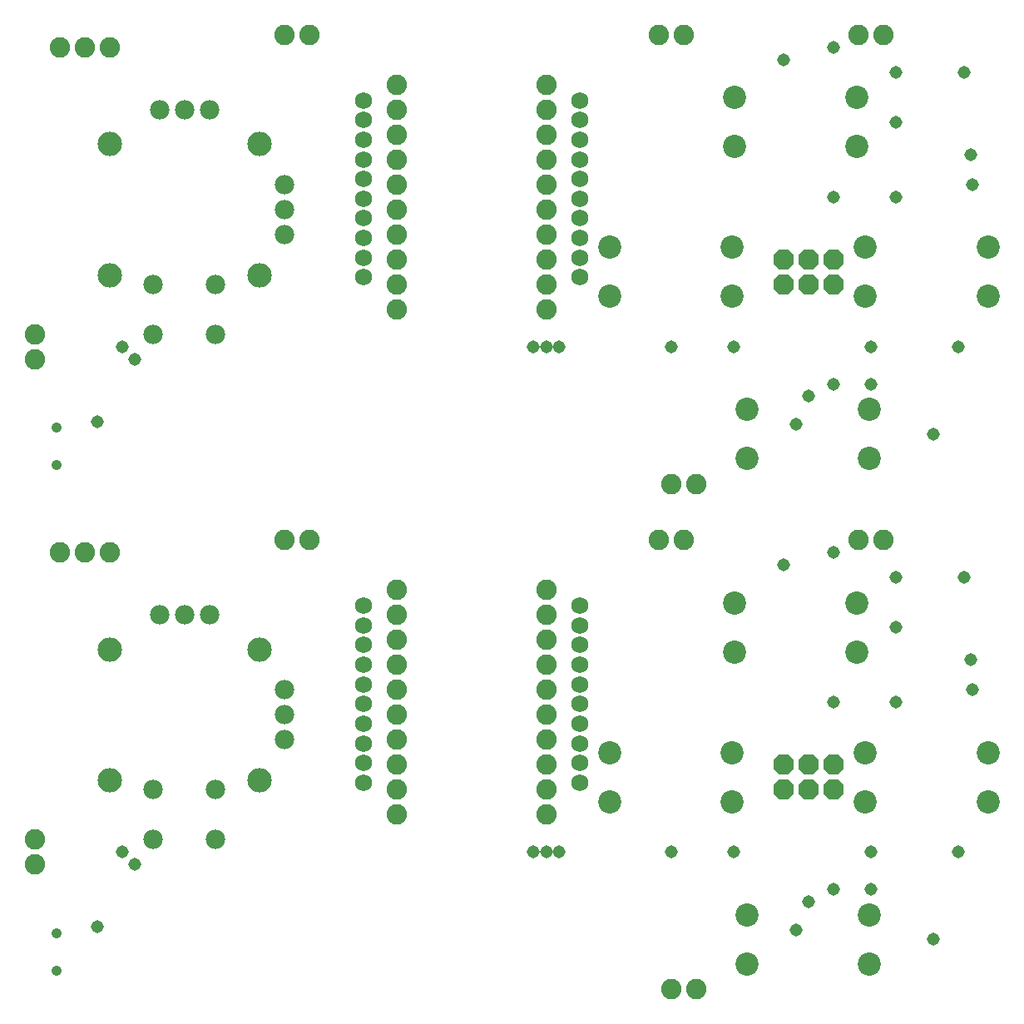
<source format=gbs>
G75*
%MOIN*%
%OFA0B0*%
%FSLAX25Y25*%
%IPPOS*%
%LPD*%
%AMOC8*
5,1,8,0,0,1.08239X$1,22.5*
%
%ADD10C,0.08200*%
%ADD11OC8,0.08200*%
%ADD12C,0.06800*%
%ADD13C,0.09800*%
%ADD14C,0.07800*%
%ADD15C,0.04146*%
%ADD16C,0.09300*%
%ADD17C,0.05162*%
D10*
X0034295Y0058900D03*
X0034295Y0068900D03*
X0044295Y0183900D03*
X0054295Y0183900D03*
X0064295Y0183900D03*
X0134295Y0188900D03*
X0144295Y0188900D03*
X0179295Y0168900D03*
X0179295Y0158900D03*
X0179295Y0148900D03*
X0179295Y0138900D03*
X0179295Y0128900D03*
X0179295Y0118900D03*
X0179295Y0108900D03*
X0179295Y0098900D03*
X0179295Y0088900D03*
X0179295Y0078900D03*
X0239295Y0078900D03*
X0239295Y0088900D03*
X0239295Y0098900D03*
X0239295Y0108900D03*
X0239295Y0118900D03*
X0239295Y0128900D03*
X0239295Y0138900D03*
X0239295Y0148900D03*
X0239295Y0158900D03*
X0239295Y0168900D03*
X0284295Y0188900D03*
X0294295Y0188900D03*
X0289295Y0211400D03*
X0299295Y0211400D03*
X0364295Y0188900D03*
X0374295Y0188900D03*
X0239295Y0281400D03*
X0239295Y0291400D03*
X0239295Y0301400D03*
X0239295Y0311400D03*
X0239295Y0321400D03*
X0239295Y0331400D03*
X0239295Y0341400D03*
X0239295Y0351400D03*
X0239295Y0361400D03*
X0239295Y0371400D03*
X0284295Y0391400D03*
X0294295Y0391400D03*
X0364295Y0391400D03*
X0374295Y0391400D03*
X0179295Y0371400D03*
X0179295Y0361400D03*
X0179295Y0351400D03*
X0179295Y0341400D03*
X0179295Y0331400D03*
X0179295Y0321400D03*
X0179295Y0311400D03*
X0179295Y0301400D03*
X0179295Y0291400D03*
X0179295Y0281400D03*
X0064295Y0386400D03*
X0054295Y0386400D03*
X0044295Y0386400D03*
X0134295Y0391400D03*
X0144295Y0391400D03*
X0034295Y0271400D03*
X0034295Y0261400D03*
X0289295Y0008900D03*
X0299295Y0008900D03*
D11*
X0334295Y0088900D03*
X0334295Y0098900D03*
X0344295Y0098900D03*
X0344295Y0088900D03*
X0354295Y0088900D03*
X0354295Y0098900D03*
X0354295Y0291400D03*
X0354295Y0301400D03*
X0344295Y0301400D03*
X0334295Y0301400D03*
X0334295Y0291400D03*
X0344295Y0291400D03*
D12*
X0252602Y0294274D03*
X0252602Y0302148D03*
X0252602Y0310022D03*
X0252602Y0317896D03*
X0252602Y0325770D03*
X0252602Y0333644D03*
X0252602Y0341518D03*
X0252602Y0349392D03*
X0252602Y0357266D03*
X0252602Y0365140D03*
X0165988Y0365140D03*
X0165988Y0357266D03*
X0165988Y0349392D03*
X0165988Y0341518D03*
X0165988Y0333644D03*
X0165988Y0325770D03*
X0165988Y0317896D03*
X0165988Y0310022D03*
X0165988Y0302148D03*
X0165988Y0294274D03*
X0165988Y0162640D03*
X0165988Y0154766D03*
X0165988Y0146892D03*
X0165988Y0139018D03*
X0165988Y0131144D03*
X0165988Y0123270D03*
X0165988Y0115396D03*
X0165988Y0107522D03*
X0165988Y0099648D03*
X0165988Y0091774D03*
X0252602Y0091774D03*
X0252602Y0099648D03*
X0252602Y0107522D03*
X0252602Y0115396D03*
X0252602Y0123270D03*
X0252602Y0131144D03*
X0252602Y0139018D03*
X0252602Y0146892D03*
X0252602Y0154766D03*
X0252602Y0162640D03*
D13*
X0124295Y0145150D03*
X0124295Y0092650D03*
X0064295Y0092650D03*
X0064295Y0145150D03*
X0064295Y0295150D03*
X0064295Y0347650D03*
X0124295Y0347650D03*
X0124295Y0295150D03*
D14*
X0106795Y0291400D03*
X0106795Y0271400D03*
X0081795Y0271400D03*
X0081795Y0291400D03*
X0134295Y0311400D03*
X0134295Y0321400D03*
X0134295Y0331400D03*
X0104295Y0361400D03*
X0094295Y0361400D03*
X0084295Y0361400D03*
X0084295Y0158900D03*
X0094295Y0158900D03*
X0104295Y0158900D03*
X0134295Y0128900D03*
X0134295Y0118900D03*
X0134295Y0108900D03*
X0106795Y0088900D03*
X0106795Y0068900D03*
X0081795Y0068900D03*
X0081795Y0088900D03*
D15*
X0042957Y0016420D03*
X0042957Y0031380D03*
X0042957Y0218920D03*
X0042957Y0233880D03*
D16*
X0264689Y0286557D03*
X0264689Y0306243D03*
X0313901Y0306243D03*
X0313901Y0286557D03*
X0319689Y0241243D03*
X0319689Y0221557D03*
X0368901Y0221557D03*
X0368901Y0241243D03*
X0367189Y0286557D03*
X0367189Y0306243D03*
X0363901Y0346557D03*
X0363901Y0366243D03*
X0314689Y0366243D03*
X0314689Y0346557D03*
X0416401Y0306243D03*
X0416401Y0286557D03*
X0363901Y0163743D03*
X0363901Y0144057D03*
X0367189Y0103743D03*
X0367189Y0084057D03*
X0416401Y0084057D03*
X0416401Y0103743D03*
X0368901Y0038743D03*
X0368901Y0019057D03*
X0319689Y0019057D03*
X0319689Y0038743D03*
X0313901Y0084057D03*
X0313901Y0103743D03*
X0314689Y0144057D03*
X0314689Y0163743D03*
X0264689Y0103743D03*
X0264689Y0084057D03*
D17*
X0244495Y0064000D03*
X0239295Y0063900D03*
X0233995Y0064000D03*
X0289295Y0063900D03*
X0314295Y0063900D03*
X0344295Y0044100D03*
X0354295Y0048900D03*
X0369295Y0048900D03*
X0369295Y0063900D03*
X0404295Y0063900D03*
X0394295Y0028900D03*
X0339395Y0032800D03*
X0354295Y0123900D03*
X0379295Y0123900D03*
X0379295Y0153900D03*
X0379295Y0173900D03*
X0354295Y0183900D03*
X0334295Y0178900D03*
X0339395Y0235300D03*
X0344295Y0246600D03*
X0354295Y0251400D03*
X0369295Y0251400D03*
X0369295Y0266400D03*
X0404295Y0266400D03*
X0394295Y0231400D03*
X0406795Y0173900D03*
X0409295Y0140900D03*
X0410195Y0128900D03*
X0314295Y0266400D03*
X0289295Y0266400D03*
X0244495Y0266500D03*
X0239295Y0266400D03*
X0233995Y0266500D03*
X0354295Y0326400D03*
X0379295Y0326400D03*
X0410195Y0331400D03*
X0409295Y0343400D03*
X0379295Y0356400D03*
X0379295Y0376400D03*
X0354295Y0386400D03*
X0334295Y0381400D03*
X0406795Y0376400D03*
X0074295Y0261400D03*
X0069295Y0266400D03*
X0059295Y0236400D03*
X0069295Y0063900D03*
X0074295Y0058900D03*
X0059295Y0033900D03*
M02*

</source>
